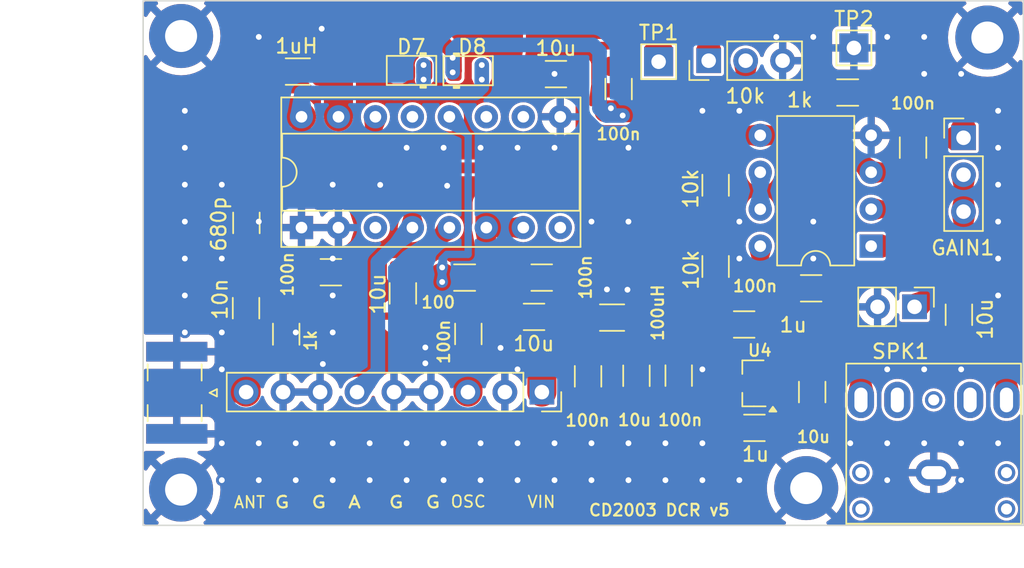
<source format=kicad_pcb>
(kicad_pcb (version 20240225) (generator "pcbnew") (generator_version "8.99")
  (layers (0 "F.Cu" signal) (31 "B.Cu" signal) (34 "B.Paste" user) (35 "F.Paste" user) (36 "B.SilkS" user "B.Silkscreen") (37 "F.SilkS" user "F.Silkscreen") (38 "B.Mask" user) (39 "F.Mask" user) (44 "Edge.Cuts" user))
  (net 0 "")
  (net 1 "RX_OSC")
  (net 2 "+5V")
  (net 3 "Net-(U1-FM{slash}AM_SW)")
  (net 4 "Net-(D7-K)")
  (net 8 "GND")
  (net 10 "Net-(U1-AM_OSC)")
  (net 12 "RX_AUDIO")
  (net 13 "Net-(C11-Pad1)")
  (net 14 "Net-(C1-Pad2)")
  (net 15 "Net-(U2A-+)")
  (net 16 "Net-(U2A--)")
  (net 17 "+3.3V")
  (net 18 "Net-(U2B--)")
  (net 19 "Net-(RV1-Pad2)")
  (net 20 "5VCLEAN")
  (net 21 "Net-(J1-In)")
  (net 22 "Net-(J2-Pin_1)")
  (net 25 "Net-(U1-AGC)")
  (net 26 "Net-(C14-Pad2)")
  (footprint "TestPoint:TestPoint_THTPad_2.0x2.0mm_Drill1.0mm" (layer "F.Cu") (at 80.46 47.66)
    (property "Reference" "TP1" (at 0 -1.998 0) (layer "F.SilkS"))
    (property "Value" "Debug_Audio" (hide yes))
    (pad "1" thru_hole rect (at 0 0) (size 2 2) (drill 1) (layers "*.Cu" "*.Mask") (net 14 "Net-(C1-Pad2)"))
  )
  (footprint "PCM_Diode_SMD_AKL:D_0805_2012Metric" (layer "F.Cu") (at 67.3725 48.278)
    (property "Reference" "D8" (at 0.2875 -1.638 0) (layer "F.SilkS"))
    (property "Value" "CD4148WS" (hide yes))
    (pad "1" smd roundrect (at -0.9375 0) (size 0.975 1.4) (layers "F.Cu" "F.Paste" "F.Mask") (net 20 "5VCLEAN"))
    (pad "2" smd roundrect (at 0.9375 0) (size 0.975 1.4) (layers "F.Cu" "F.Paste" "F.Mask") (net 4 "Net-(D7-K)"))
  )
  (footprint "Capacitor_SMD:C_1206_3216Metric_Pad1.33x1.80mm_HandSolder" (layer "F.Cu") (at 75.612 69.2955 -90)
    (property "Reference" "C5" (hide yes))
    (property "Value" "100n" (at 3.0345 0.032 180) (layer "F.SilkS") (effects (font (size 0.8 0.8))))
    (pad "1" smd roundrect (at -1.5625 0 270) (size 1.325 1.8) (layers "F.Cu" "F.Paste" "F.Mask") (roundrect_rratio 0.1886792453) (net 2 "+5V"))
    (pad "2" smd roundrect (at 1.5625 0 270) (size 1.325 1.8) (layers "F.Cu" "F.Paste" "F.Mask") (roundrect_rratio 0.1886792453) (net 8 "GND"))
  )
  (footprint "Connector_PinHeader_2.54mm:PinHeader_1x03_P2.54mm_Vertical" (layer "F.Cu") (at 83.9 47.59 90)
    (property "Reference" "RV1" (hide yes))
    (property "Value" "10k" (at -2.432 2.518 180) (layer "F.SilkS"))
    (pad "1" thru_hole rect (at 0 0 90) (size 1.7 1.7) (drill 1) (layers "*.Cu" "*.Mask") (net 14 "Net-(C1-Pad2)"))
    (pad "2" thru_hole oval (at 0 2.54 90) (size 1.7 1.7) (drill 1) (layers "*.Cu" "*.Mask") (net 19 "Net-(RV1-Pad2)"))
    (pad "3" thru_hole oval (at 0 5.08 90) (size 1.7 1.7) (drill 1) (layers "*.Cu" "*.Mask") (net 8 "GND"))
  )
  (footprint "Connector_PinHeader_2.54mm:PinHeader_1x02_P2.54mm_Vertical" (layer "F.Cu") (at 98.044 64.516 -90)
    (property "Reference" "J2" (hide yes))
    (property "Value" "Conn_01x02" (hide yes))
    (pad "1" thru_hole rect (at 0 0 270) (size 1.7 1.7) (drill 1) (layers "*.Cu" "*.Mask") (net 22 "Net-(J2-Pin_1)"))
    (pad "2" thru_hole oval (at 0 2.54 270) (size 1.7 1.7) (drill 1) (layers "*.Cu" "*.Mask") (net 8 "GND"))
  )
  (footprint "Capacitor_SMD:C_1206_3216Metric_Pad1.33x1.80mm_HandSolder" (layer "F.Cu") (at 77.71 49.54 90)
    (property "Reference" "C8" (hide yes))
    (property "Value" "100n" (at -3.1 0 180) (layer "F.SilkS") (effects (font (size 0.8 0.8))))
    (pad "1" smd roundrect (at -1.5625 0 90) (size 1.325 1.8) (layers "F.Cu" "F.Paste" "F.Mask") (roundrect_rratio 0.1886792453) (net 20 "5VCLEAN"))
    (pad "2" smd roundrect (at 1.5625 0 90) (size 1.325 1.8) (layers "F.Cu" "F.Paste" "F.Mask") (roundrect_rratio 0.1886792453) (net 8 "GND"))
  )
  (footprint "Capacitor_SMD:C_1206_3216Metric_Pad1.33x1.80mm_HandSolder" (layer "F.Cu") (at 57.942 62.138)
    (property "Reference" "C10" (hide yes))
    (property "Value" "100n" (at -2.982 0.142 90) (layer "F.SilkS") (effects (font (size 0.8 0.8))))
    (pad "1" smd roundrect (at -1.5625 0) (size 1.325 1.8) (layers "F.Cu" "F.Paste" "F.Mask") (roundrect_rratio 0.1886792453) (net 8 "GND"))
    (pad "2" smd roundrect (at 1.5625 0) (size 1.325 1.8) (layers "F.Cu" "F.Paste" "F.Mask") (roundrect_rratio 0.1886792453) (net 3 "Net-(U1-FM{slash}AM_SW)"))
  )
  (footprint "Inductor_SMD:L_1206_3216Metric_Pad1.22x1.90mm_HandSolder" (layer "F.Cu") (at 55.672 48.338)
    (property "Reference" "L1" (hide yes))
    (property "Value" "1uH" (at -0.092 -1.758 0) (layer "F.SilkS"))
    (pad "1" smd roundrect (at -1.6625 0) (size 1.225 1.9) (layers "F.Cu" "F.Paste" "F.Mask") (roundrect_rratio 0.2040816327) (net 4 "Net-(D7-K)"))
    (pad "2" smd roundrect (at 1.6625 0) (size 1.225 1.9) (layers "F.Cu" "F.Paste" "F.Mask") (roundrect_rratio 0.2040816327) (net 20 "5VCLEAN"))
  )
  (footprint "Capacitor_SMD:C_1206_3216Metric_Pad1.33x1.80mm_HandSolder" (layer "F.Cu") (at 52.137 58.7455 90)
    (property "Reference" "C11" (hide yes))
    (property "Value" "680p" (at -0.0745 -1.897 90) (layer "F.SilkS"))
    (pad "1" smd roundrect (at -1.5625 0 90) (size 1.325 1.8) (layers "F.Cu" "F.Paste" "F.Mask") (roundrect_rratio 0.1886792453) (net 13 "Net-(C11-Pad1)"))
    (pad "2" smd roundrect (at 1.5625 0 90) (size 1.325 1.8) (layers "F.Cu" "F.Paste" "F.Mask") (roundrect_rratio 0.1886792453) (net 4 "Net-(D7-K)"))
  )
  (footprint "Capacitor_SMD:C_1206_3216Metric_Pad1.33x1.80mm_HandSolder" (layer "F.Cu") (at 71.8995 65.208 180)
    (property "Reference" "C6" (hide yes))
    (property "Value" "10u" (at 0.0175 -1.848 0) (layer "F.SilkS"))
    (pad "1" smd roundrect (at -1.5625 0 180) (size 1.325 1.8) (layers "F.Cu" "F.Paste" "F.Mask") (roundrect_rratio 0.1886792453) (net 2 "+5V"))
    (pad "2" smd roundrect (at 1.5625 0 180) (size 1.325 1.8) (layers "F.Cu" "F.Paste" "F.Mask") (roundrect_rratio 0.1886792453) (net 8 "GND"))
  )
  (footprint "Resistor_SMD:R_1206_3216Metric_Pad1.30x1.75mm_HandSolder" (layer "F.Cu") (at 67.13 62.506)
    (property "Reference" "R14" (hide yes))
    (property "Value" "100" (at -1.81 1.704 0) (layer "F.SilkS") (effects (font (size 0.8 0.8))))
    (pad "1" smd roundrect (at -1.55 0) (size 1.3 1.75) (layers "F.Cu" "F.Paste" "F.Mask") (roundrect_rratio 0.1923076923) (net 10 "Net-(U1-AM_OSC)"))
    (pad "2" smd roundrect (at 1.55 0) (size 1.3 1.75) (layers "F.Cu" "F.Paste" "F.Mask") (roundrect_rratio 0.1923076923) (net 20 "5VCLEAN"))
  )
  (footprint "Capacitor_SMD:C_1206_3216Metric_Pad1.33x1.80mm_HandSolder" (layer "F.Cu") (at 72.4285 62.506 180)
    (property "Reference" "C9" (hide yes))
    (property "Value" "100n" (at -3.0095 0.022 90) (layer "F.SilkS") (effects (font (size 0.8 0.8))))
    (pad "1" smd roundrect (at -1.5625 0 180) (size 1.325 1.8) (layers "F.Cu" "F.Paste" "F.Mask") (roundrect_rratio 0.1886792453) (net 20 "5VCLEAN"))
    (pad "2" smd roundrect (at 1.5625 0 180) (size 1.325 1.8) (layers "F.Cu" "F.Paste" "F.Mask") (roundrect_rratio 0.1886792453) (net 8 "GND"))
  )
  (footprint "MountingHole:MountingHole_2.2mm_M2_Pad" (layer "F.Cu") (at 90.6 76.984 180)
    (property "Reference" "H2" (hide yes))
    (property "Value" "MountingHole_Pad" (hide yes))
    (pad "1" thru_hole circle (at 0 0 180) (size 4.4 4.4) (drill 2.2) (layers "*.Cu" "*.Mask") (net 8 "GND"))
  )
  (footprint "MountingHole:MountingHole_2.2mm_M2_Pad" (layer "F.Cu") (at 47.649274 77.087274)
    (property "Reference" "H4" (hide yes))
    (property "Value" "MountingHole_Pad" (hide yes))
    (pad "1" thru_hole circle (at 0 0) (size 4.4 4.4) (drill 2.2) (layers "*.Cu" "*.Mask") (net 8 "GND"))
  )
  (footprint "Capacitor_SMD:C_1206_3216Metric_Pad1.33x1.80mm_HandSolder" (layer "F.Cu") (at 78.937 69.258 -90)
    (property "Reference" "C3" (hide yes))
    (property "Value" "10u" (at 3.04 0.127 180) (layer "F.SilkS") (effects (font (size 0.8 0.8))))
    (pad "1" smd roundrect (at -1.5625 0 270) (size 1.325 1.8) (layers "F.Cu" "F.Paste" "F.Mask") (roundrect_rratio 0.1886792453) (net 20 "5VCLEAN"))
    (pad "2" smd roundrect (at 1.5625 0 270) (size 1.325 1.8) (layers "F.Cu" "F.Paste" "F.Mask") (roundrect_rratio 0.1886792453) (net 8 "GND"))
  )
  (footprint "MountingHole:MountingHole_2.2mm_M2_Pad" (layer "F.Cu") (at 47.649274 45.892726 180)
    (property "Reference" "H1" (hide yes))
    (property "Value" "MountingHole_Pad" (hide yes))
    (pad "1" thru_hole circle (at 0 0 180) (size 4.4 4.4) (drill 2.2) (layers "*.Cu" "*.Mask") (net 8 "GND"))
  )
  (footprint "Capacitor_SMD:C_1206_3216Metric_Pad1.33x1.80mm_HandSolder" (layer "F.Cu") (at 86.3375 65.73 180)
    (property "Reference" "C19" (hide yes))
    (property "Value" "1u" (at -3.3725 -0.03 180) (layer "F.SilkS"))
    (pad "1" smd roundrect (at -1.5625 0 180) (size 1.325 1.8) (layers "F.Cu" "F.Paste" "F.Mask") (roundrect_rratio 0.188679) (net 17 "+3.3V"))
    (pad "2" smd roundrect (at 1.5625 0 180) (size 1.325 1.8) (layers "F.Cu" "F.Paste" "F.Mask") (roundrect_rratio 0.188679) (net 8 "GND"))
  )
  (footprint "Inductor_SMD:L_1206_3216Metric_Pad1.22x1.90mm_HandSolder" (layer "F.Cu") (at 77.262 65.258)
    (property "Reference" "L2" (hide yes))
    (property "Value" "100uH" (at 3.138 -0.338 90) (layer "F.SilkS") (effects (font (size 0.8 0.8))))
    (pad "1" smd roundrect (at -1.6625 0) (size 1.225 1.9) (layers "F.Cu" "F.Paste" "F.Mask") (roundrect_rratio 0.2040816327) (net 2 "+5V"))
    (pad "2" smd roundrect (at 1.6625 0) (size 1.225 1.9) (layers "F.Cu" "F.Paste" "F.Mask") (roundrect_rratio 0.2040816327) (net 20 "5VCLEAN"))
  )
  (footprint "footprints:PinSocket_1x09_P2.54mm_Vertical_Custom" (layer "F.Cu") (at 72.438 70.38 -90)
    (property "Reference" "JP1" (hide yes))
    (property "Value" "Pin Header" (hide yes))
    (pad "1" thru_hole rect (at 0 0 270) (size 1.7 1.7) (drill 1) (layers "*.Cu" "*.Mask") (net 2 "+5V"))
    (pad "2" thru_hole oval (at 0 2.54 270) (size 1.7 1.7) (drill 1) (layers "*.Cu" "*.Mask") (net 8 "GND"))
    (pad "3" thru_hole oval (at 0 5.08 270) (size 1.7 1.7) (drill 1) (layers "*.Cu" "*.Mask") (net 1 "RX_OSC"))
    (pad "4" thru_hole oval (at 0 7.62 270) (size 1.7 1.7) (drill 1) (layers "*.Cu" "*.Mask") (net 8 "GND"))
    (pad "5" thru_hole oval (at 0 10.16 270) (size 1.7 1.7) (drill 1) (layers "*.Cu" "*.Mask") (net 8 "GND"))
    (pad "6" thru_hole oval (at 0 12.7 270) (size 1.7 1.7) (drill 1) (layers "*.Cu" "*.Mask") (net 12 "RX_AUDIO"))
    (pad "7" thru_hole oval (at 0 15.24 270) (size 1.7 1.7) (drill 1) (layers "*.Cu" "*.Mask") (net 8 "GND"))
    (pad "8" thru_hole oval (at 0 17.78 270) (size 1.7 1.7) (drill 1) (layers "*.Cu" "*.Mask") (net 8 "GND"))
    (pad "9" thru_hole oval (at 0 20.32 270) (size 1.7 1.7) (drill 1) (layers "*.Cu" "*.Mask") (net 21 "Net-(J1-In)"))
  )
  (footprint "Capacitor_SMD:C_1206_3216Metric_Pad1.33x1.80mm_HandSolder" (layer "F.Cu") (at 90.9395 63.243)
    (property "Reference" "C12" (hide yes))
    (property "Value" "100n" (at -3.8495 -0.153 180) (layer "F.SilkS") (effects (font (size 0.8 0.8))))
    (pad "1" smd roundrect (at -1.5625 0) (size 1.325 1.8) (layers "F.Cu" "F.Paste" "F.Mask") (roundrect_rratio 0.1886792453) (net 17 "+3.3V"))
    (pad "2" smd roundrect (at 1.5625 0) (size 1.325 1.8) (layers "F.Cu" "F.Paste" "F.Mask") (roundrect_rratio 0.1886792453) (net 8 "GND"))
  )
  (footprint "Capacitor_SMD:C_1206_3216Metric_Pad1.33x1.80mm_HandSolder" (layer "F.Cu") (at 97.942 53.57 90)
    (property "Reference" "C2" (hide yes))
    (property "Value" "100n" (at 3.048 0 180) (layer "F.SilkS") (effects (font (size 0.8 0.8))))
    (pad "1" smd roundrect (at -1.5625 0 90) (size 1.325 1.8) (layers "F.Cu" "F.Paste" "F.Mask") (roundrect_rratio 0.1886792453) (net 15 "Net-(U2A-+)"))
    (pad "2" smd roundrect (at 1.5625 0 90) (size 1.325 1.8) (layers "F.Cu" "F.Paste" "F.Mask") (roundrect_rratio 0.1886792453) (net 8 "GND"))
  )
  (footprint "Capacitor_SMD:C_1206_3216Metric_Pad1.33x1.80mm_HandSolder" (layer "F.Cu") (at 91.012 70.378 -90)
    (property "Reference" "C13" (hide yes))
    (property "Value" "10u" (at 3.082 -0.088 180) (layer "F.SilkS") (effects (font (size 0.8 0.8))))
    (pad "1" smd roundrect (at -1.5625 0 270) (size 1.325 1.8) (layers "F.Cu" "F.Paste" "F.Mask") (roundrect_rratio 0.1886792453) (net 17 "+3.3V"))
    (pad "2" smd roundrect (at 1.5625 0 270) (size 1.325 1.8) (layers "F.Cu" "F.Paste" "F.Mask") (roundrect_rratio 0.1886792453) (net 8 "GND"))
  )
  (footprint "TestPoint:TestPoint_THTPad_2.0x2.0mm_Drill1.0mm" (layer "F.Cu") (at 93.878 46.712)
    (property "Reference" "TP2" (at 0 -1.998 0) (layer "F.SilkS"))
    (property "Value" "GND" (hide yes))
    (pad "1" thru_hole rect (at 0 0) (size 2 2) (drill 1) (layers "*.Cu" "*.Mask") (net 8 "GND"))
  )
  (footprint "Capacitor_SMD:C_1206_3216Metric_Pad1.33x1.80mm_HandSolder" (layer "F.Cu") (at 52.112 64.608 -90)
    (property "Reference" "C17" (hide yes))
    (property "Value" "10n" (at -0.618 1.782 90) (layer "F.SilkS"))
    (pad "1" smd roundrect (at -1.5625 0 270) (size 1.325 1.8) (layers "F.Cu" "F.Paste" "F.Mask") (roundrect_rratio 0.1886792453) (net 13 "Net-(C11-Pad1)"))
    (pad "2" smd roundrect (at 1.5625 0 270) (size 1.325 1.8) (layers "F.Cu" "F.Paste" "F.Mask") (roundrect_rratio 0.1886792453) (net 21 "Net-(J1-In)"))
  )
  (footprint "Capacitor_SMD:C_1206_3216Metric_Pad1.33x1.80mm_HandSolder" (layer "F.Cu") (at 67.387 66.383 -90)
    (property "Reference" "C21" (hide yes))
    (property "Value" "100n" (at 0.537 1.687 90) (layer "F.SilkS") (effects (font (size 0.8 0.8))))
    (pad "1" smd roundrect (at -1.5625 0 270) (size 1.325 1.8) (layers "F.Cu" "F.Paste" "F.Mask") (roundrect_rratio 0.1886792453) (net 10 "Net-(U1-AM_OSC)"))
    (pad "2" smd roundrect (at 1.5625 0 270) (size 1.325 1.8) (layers "F.Cu" "F.Paste" "F.Mask") (roundrect_rratio 0.1886792453) (net 1 "RX_OSC"))
  )
  (footprint "Capacitor_SMD:C_1206_3216Metric_Pad1.33x1.80mm_HandSolder" (layer "F.Cu") (at 62.89 63.5925 -90)
    (property "Reference" "C16" (hide yes))
    (property "Value" " 10u" (at 0.4275 1.71 90) (layer "F.SilkS"))
    (pad "1" smd roundrect (at -1.5625 0 270) (size 1.325 1.8) (layers "F.Cu" "F.Paste" "F.Mask") (roundrect_rratio 0.1886792453) (net 25 "Net-(U1-AGC)"))
    (pad "2" smd roundrect (at 1.5625 0 270) (size 1.325 1.8) (layers "F.Cu" "F.Paste" "F.Mask") (roundrect_rratio 0.1886792453) (net 8 "GND"))
  )
  (footprint "Connector_PinHeader_2.54mm:PinHeader_1x03_P2.54mm_Vertical" (layer "F.Cu") (at 101.41 52.89)
    (property "Reference" "GAIN1" (at -0.05 7.57 0) (layer "F.SilkS"))
    (property "Value" "100k")
    (pad "1" thru_hole rect (at 0 0) (size 1.7 1.7) (drill 1) (layers "*.Cu" "*.Mask") (net 16 "Net-(U2A--)"))
    (pad "2" thru_hole oval (at 0 2.54) (size 1.7 1.7) (drill 1) (layers "*.Cu" "*.Mask") (net 22 "Net-(J2-Pin_1)"))
    (pad "3" thru_hole oval (at 0 5.08) (size 1.7 1.7) (drill 1) (layers "*.Cu" "*.Mask") (net 22 "Net-(J2-Pin_1)"))
  )
  (footprint "Resistor_SMD:R_1206_3216Metric_Pad1.30x1.75mm_HandSolder" (layer "F.Cu") (at 54.872 66.398 -90)
    (property "Reference" "R13" (hide yes))
    (property "Value" "1k" (at 0.432 -1.678 90) (layer "F.SilkS") (effects (font (size 0.8 0.8))))
    (pad "1" smd roundrect (at -1.55 0 270) (size 1.3 1.75) (layers "F.Cu" "F.Paste" "F.Mask") (roundrect_rratio 0.1923076923) (net 13 "Net-(C11-Pad1)"))
    (pad "2" smd roundrect (at 1.55 0 270) (size 1.3 1.75) (layers "F.Cu" "F.Paste" "F.Mask") (roundrect_rratio 0.1923076923) (net 8 "GND"))
  )
  (footprint "Resistor_SMD:R_1206_3216Metric_Pad1.30x1.75mm_HandSolder" (layer "F.Cu") (at 84.376 61.744 90)
    (property "Reference" "R1" (hide yes))
    (property "Value" "10k" (at -0.226 -1.676 90) (layer "F.SilkS"))
    (pad "1" smd roundrect (at -1.55 0 90) (size 1.3 1.75) (layers "F.Cu" "F.Paste" "F.Mask") (roundrect_rratio 0.1923076923) (net 17 "+3.3V"))
    (pad "2" smd roundrect (at 1.55 0 90) (size 1.3 1.75) (layers "F.Cu" "F.Paste" "F.Mask") (roundrect_rratio 0.1923076923) (net 15 "Net-(U2A-+)"))
  )
  (footprint "Resistor_SMD:R_1206_3216Metric_Pad1.30x1.75mm_HandSolder" (layer "F.Cu") (at 93.45 49.778 180)
    (property "Reference" "Rin1" (hide yes))
    (property "Value" "1k" (at 3.29 -0.512 0) (layer "F.SilkS"))
    (pad "1" smd roundrect (at -1.55 0 180) (size 1.3 1.75) (layers "F.Cu" "F.Paste" "F.Mask") (roundrect_rratio 0.1923076923) (net 16 "Net-(U2A--)"))
    (pad "2" smd roundrect (at 1.55 0 180) (size 1.3 1.75) (layers "F.Cu" "F.Paste" "F.Mask") (roundrect_rratio 0.1923076923) (net 19 "Net-(RV1-Pad2)"))
  )
  (footprint "Connector_Coaxial:SMA_Samtec_SMA-J-P-X-ST-EM1_EdgeMount" (layer "F.Cu") (at 47.352 70.428 -90)
    (property "Reference" "J1" (hide yes))
    (property "Value" "SMA Edge Mount" (hide yes))
    (pad "1" smd rect (at 0 0.2 270) (size 1.27 3.6) (layers "F.Cu" "F.Paste" "F.Mask") (net 21 "Net-(J1-In)"))
    (pad "2" smd rect (at -2.825 0 270) (size 1.35 4.2) (layers "F.Cu" "F.Paste" "F.Mask") (net 8 "GND"))
    (pad "2" smd rect (at -2.825 0 270) (size 1.35 4.2) (layers "B.Cu" "B.Paste" "B.Mask") (net 8 "GND"))
    (pad "2" smd rect (at 2.825 0 270) (size 1.35 4.2) (layers "F.Cu" "F.Paste" "F.Mask") (net 8 "GND"))
    (pad "2" smd rect (at 2.825 0 270) (size 1.35 4.2) (layers "B.Cu" "B.Paste" "B.Mask") (net 8 "GND"))
  )
  (footprint "MountingHole:MountingHole_2.2mm_M2_Pad" (layer "F.Cu") (at 103.046 45.996)
    (property "Reference" "H3" (hide yes))
    (property "Value" "MountingHole_Pad" (hide yes))
    (pad "1" thru_hole circle (at 0 0) (size 4.4 4.4) (drill 2.2) (layers "*.Cu" "*.Mask") (net 8 "GND"))
  )
  (footprint "Capacitor_SMD:C_1206_3216Metric_Pad1.33x1.80mm_HandSolder" (layer "F.Cu") (at 73.406 48.514 180)
    (property "Reference" "C1" (hide yes))
    (property "Value" "10u" (at 0 1.778 0) (layer "F.SilkS"))
    (pad "1" smd roundrect (at -1.5625 0 180) (size 1.325 1.8) (layers "F.Cu" "F.Paste" "F.Mask") (roundrect_rratio 0.1886792453) (net 12 "RX_AUDIO"))
    (pad "2" smd roundrect (at 1.5625 0 180) (size 1.325 1.8) (layers "F.Cu" "F.Paste" "F.Mask") (roundrect_rratio 0.1886792453) (net 14 "Net-(C1-Pad2)"))
  )
  (footprint "Resistor_SMD:R_1206_3216Metric_Pad1.30x1.75mm_HandSolder" (layer "F.Cu") (at 84.376 56.156 90)
    (property "Reference" "R2" (hide yes))
    (property "Value" "10k" (at -0.234 -1.706 90) (layer "F.SilkS"))
    (pad "1" smd roundrect (at -1.55 0 90) (size 1.3 1.75) (layers "F.Cu" "F.Paste" "F.Mask") (roundrect_rratio 0.1923076923) (net 15 "Net-(U2A-+)"))
    (pad "2" smd roundrect (at 1.55 0 90) (size 1.3 1.75) (layers "F.Cu" "F.Paste" "F.Mask") (roundrect_rratio 0.1923076923) (net 8 "GND"))
  )
  (footprint "Package_TO_SOT_SMD:SOT-23_Handsoldering" (layer "F.Cu") (at 86.97 69.78 180)
    (property "Reference" "U4" (at -0.44 2.26 180) (layer "F.SilkS") (effects (font (size 0.8 0.8) (thickness 0.15) (bold yes))))
    (property "Value" "XC6206P332MR (662K)" (hide yes))
    (pad "1" smd roundrect (at -1.5 -0.95 180) (size 1.9 0.8) (layers "F.Cu" "F.Paste" "F.Mask") (net 8 "GND"))
    (pad "2" smd roundrect (at -1.5 0.95 180) (size 1.9 0.8) (layers "F.Cu" "F.Paste" "F.Mask") (net 17 "+3.3V"))
    (pad "3" smd roundrect (at 1.5 0 180) (size 1.9 0.8) (layers "F.Cu" "F.Paste" "F.Mask") (net 20 "5VCLEAN"))
  )
  (footprint "PCM_Diode_SMD_AKL:D_0805_2012Metric" (layer "F.Cu") (at 63.482 48.258 180)
    (property "Reference" "D7" (at 0.022 1.618 180) (layer "F.SilkS"))
    (property "Value" "CD4148WS" (hide yes))
    (pad "1" smd roundrect (at -0.9375 0 180) (size 0.975 1.4) (layers "F.Cu" "F.Paste" "F.Mask") (net 4 "Net-(D7-K)"))
    (pad "2" smd roundrect (at 0.9375 0 180) (size 0.975 1.4) (layers "F.Cu" "F.Paste" "F.Mask") (net 20 "5VCLEAN"))
  )
  (footprint "Capacitor_SMD:C_1206_3216Metric_Pad1.33x1.80mm_HandSolder" (layer "F.Cu") (at 87.0425 72.84)
    (property "Reference" "C18" (hide yes))
    (property "Value" "1u" (at 0.0775 1.81 180) (layer "F.SilkS"))
    (pad "1" smd roundrect (at -1.5625 0) (size 1.325 1.8) (layers "F.Cu" "F.Paste" "F.Mask") (roundrect_rratio 0.188679) (net 20 "5VCLEAN"))
    (pad "2" smd roundrect (at 1.5625 0) (size 1.325 1.8) (layers "F.Cu" "F.Paste" "F.Mask") (roundrect_rratio 0.188679) (net 8 "GND"))
  )
  (footprint "Capacitor_SMD:C_1206_3216Metric_Pad1.33x1.80mm_HandSolder" (layer "F.Cu") (at 81.84 69.2475 -90)
    (property "Reference" "C4" (hide yes))
    (property "Value" "100n" (at 3.052 -0.103 180) (layer "F.SilkS") (effects (font (size 0.8 0.8))))
    (pad "1" smd roundrect (at -1.5625 0 270) (size 1.325 1.8) (layers "F.Cu" "F.Paste" "F.Mask") (roundrect_rratio 0.1886792453) (net 20 "5VCLEAN"))
    (pad "2" smd roundrect (at 1.5625 0 270) (size 1.325 1.8) (layers "F.Cu" "F.Paste" "F.Mask") (roundrect_rratio 0.1886792453) (net 8 "GND"))
  )
  (footprint "Capacitor_SMD:C_1206_3216Metric_Pad1.33x1.80mm_HandSolder" (layer "F.Cu") (at 101.092 65.0625 -90)
    (property "Reference" "C14" (hide yes))
    (property "Value" "10u" (at 0.2975 -1.808 90) (layer "F.SilkS"))
    (pad "1" smd roundrect (at -1.5625 0 270) (size 1.325 1.8) (layers "F.Cu" "F.Paste" "F.Mask") (roundrect_rratio 0.1886792453) (net 22 "Net-(J2-Pin_1)"))
    (pad "2" smd roundrect (at 1.5625 0 270) (size 1.325 1.8) (layers "F.Cu" "F.Paste" "F.Mask") (roundrect_rratio 0.1886792453) (net 26 "Net-(C14-Pad2)"))
  )
  (footprint "Package_DIP:DIP-16_W7.62mm_Socket" (layer "F.Cu") (at 55.922 59.068 90)
    (property "Reference" "U1" (hide yes))
    (property "Value" "CD2003GB_GP" (hide yes))
    (pad "1" thru_hole rect (at 0 0 90) (size 1.6 1.6) (drill 0.8) (layers "*.Cu" "*.Mask") (net 8 "GND"))
    (pad "2" thru_hole oval (at 0 2.54 90) (size 1.6 1.6) (drill 0.8) (layers "*.Cu" "*.Mask") (net 8 "GND"))
    (pad "3" thru_hole oval (at 0 5.08 90) (size 1.6 1.6) (drill 0.8) (layers "*.Cu" "*.Mask"))
    (pad "4" thru_hole oval (at 0 7.62 90) (size 1.6 1.6) (drill 0.8) (layers "*.Cu" "*.Mask") (net 12 "RX_AUDIO"))
    (pad "5" thru_hole oval (at 0 10.16 90) (size 1.6 1.6) (drill 0.8) (layers "*.Cu" "*.Mask") (net 25 "Net-(U1-AGC)"))
    (pad "6" thru_hole oval (at 0 12.7 90) (size 1.6 1.6) (drill 0.8) (layers "*.Cu" "*.Mask") (net 20 "5VCLEAN"))
    (pad "7" thru_hole oval (at 0 15.24 90) (size 1.6 1.6) (drill 0.8) (layers "*.Cu" "*.Mask") (net 20 "5VCLEAN"))
    (pad "8" thru_hole oval (at 0 17.78 90) (size 1.6 1.6) (drill 0.8) (layers "*.Cu" "*.Mask"))
    (pad "9" thru_hole oval (at 7.62 17.78 90) (size 1.6 1.6) (drill 0.8) (layers "*.Cu" "*.Mask") (net 8 "GND"))
    (pad "10" thru_hole oval (at 7.62 15.24 90) (size 1.6 1.6) (drill 0.8) (layers "*.Cu" "*.Mask"))
    (pad "11" thru_hole oval (at 7.62 12.7 90) (size 1.6 1.6) (drill 0.8) (layers "*.Cu" "*.Mask"))
    (pad "12" thru_hole oval (at 7.62 10.16 90) (size 1.6 1.6) (drill 0.8) (layers "*.Cu" "*.Mask") (net 10 "Net-(U1-AM_OSC)"))
    (pad "13" thru_hole oval (at 7.62 7.62 90) (size 1.6 1.6) (drill 0.8) (layers "*.Cu" "*.Mask"))
    (pad "14" thru_hole oval (at 7.62 5.08 90) (size 1.6 1.6) (drill 0.8) (layers "*.Cu" "*.Mask") (net 3 "Net-(U1-FM{slash}AM_SW)"))
    (pad "15" thru_hole oval (at 7.62 2.54 90) (size 1.6 1.6) (drill 0.8) (layers "*.Cu" "*.Mask") (net 20 "5VCLEAN"))
    (pad "16" thru_hole oval (at 7.62 0 90) (size 1.6 1.6) (drill 0.8) (layers "*.Cu" "*.Mask") (net 4 "Net-(D7-K)"))
  )
  (footprint "footprints:PJ-307_Modded" (layer "F.Cu") (at 99.362 72.92 90)
    (property "Reference" "SPK1" (at 5.334 -2.286 180) (layer "F.SilkS"))
    (property "Value" "SPEAKER")
    (pad "" np_thru_hole circle (at -5.5 -5 90) (size 1.2 1.2) (drill 0.762) (layers "*.Cu" "*.Mask"))
    (pad "" np_thru_hole circle (at -5.5 5 90) (size 1.2 1.2) (drill 0.762) (layers "*.Cu" "*.Mask"))
    (pad "" np_thru_hole circle (at -3 -5 90) (size 1.2 1.2) (drill 0.762) (layers "*.Cu" "*.Mask"))
    (pad "" np_thru_hole circle (at -3 5 90) (size 1.2 1.2) (drill 0.762) (layers "*.Cu" "*.Mask"))
    (pad "" np_thru_hole circle (at 2 0 90) (size 1.2 1.2) (drill 0.762) (layers "*.Cu" "*.Mask"))
    (pad "R" thru_hole oval (at 2 -5 90) (size 2.5 1.8) (drill oval 1.7 0.9) (layers "*.Cu" "*.Mask") (net 26 "Net-(C14-Pad2)"))
    (pad "RN" thru_hole oval (at 2 -2.5 90) (size 2.5 1.8) (drill oval 1.7 0.9) (layers "*.Cu" "*.Mask"))
    (pad "S" thru_hole oval (at -3 0 180) (size 2.5 1.8) (drill oval 1.7 0.9) (layers "*.Cu" "*.Mask") (net 8 "GND"))
    (pad "T" thru_hole oval (at 2 5 90) (size 2.5 1.8) (drill oval 1.7 0.9) (layers "*.Cu" "*.Mask") (net 26 "Net-(C14-Pad2)"))
    (pad "TN" thru_hole oval (at 2 2.5 90) (size 2.5 1.8) (drill oval 1.7 0.9) (layers "*.Cu" "*.Mask"))
  )
  (footprint "Package_DIP:DIP-8_W7.62mm" (layer "F.Cu") (at 95.062 60.343 180)
    (property "Reference" "U2" (hide yes))
    (property "Value" "MCP6002" (hide yes))
    (pad "1" thru_hole rect (at 0 0 180) (size 1.6 1.6) (drill 0.8) (layers "*.Cu" "*.Mask") (net 22 "Net-(J2-Pin_1)"))
    (pad "2" thru_hole oval (at 0 2.54 180) (size 1.6 1.6) (drill 0.8) (layers "*.Cu" "*.Mask") (net 16 "Net-(U2A--)"))
    (pad "3" thru_hole oval (at 0 5.08 180) (size 1.6 1.6) (drill 0.8) (layers "*.Cu" "*.Mask") (net 15 "Net-(U2A-+)"))
    (pad "4" thru_hole oval (at 0 7.62 180) (size 1.6 1.6) (drill 0.8) (layers "*.Cu" "*.Mask") (net 8 "GND"))
    (pad "5" thru_hole oval (at 7.62 7.62 180) (size 1.6 1.6) (drill 0.8) (layers "*.Cu" "*.Mask") (net 15 "Net-(U2A-+)"))
    (pad "6" thru_hole oval (at 7.62 5.08 180) (size 1.6 1.6) (drill 0.8) (layers "*.Cu" "*.Mask") (net 18 "Net-(U2B--)"))
    (pad "7" thru_hole oval (at 7.62 2.54 180) (size 1.6 1.6) (drill 0.8) (layers "*.Cu" "*.Mask") (net 18 "Net-(U2B--)"))
    (pad "8" thru_hole oval (at 7.62 0 180) (size 1.6 1.6) (drill 0.8) (layers "*.Cu" "*.Mask") (net 17 "+3.3V"))
  )
  (gr_rect (start 45.042 43.466) (end 105.524 79.546) (stroke (width 0.1)) (fill none) (layer "Edge.Cuts"))
  (gr_text "G  G  A" (at 53.99 78.42 0) (layer "F.SilkS") (effects (font (size 0.8 1)) (justify left bottom)))
  (gr_text "OSC" (at 67.38 77.91 0) (layer "F.SilkS") (effects (font (size 0.8 0.8) (thickness 0.12))))
  (gr_text "CD2003 DCR v5" (at 75.59 78.97 0) (layer "F.SilkS") (effects (font (size 0.8 0.8)) (justify left bottom)))
  (gr_text "ANT" (at 52.352 77.956 0) (layer "F.SilkS") (effects (font (size 0.8 0.8) (thickness 0.12))))
  (gr_text "G  G" (at 61.83 78.42 0) (layer "F.SilkS") (effects (font (size 0.8 1)) (justify left bottom)))
  (gr_text "VIN" (at 72.41 77.93 0) (layer "F.SilkS") (effects (font (size 0.8 0.8) (thickness 0.12))))
  (segment (start 67.358 67.9745) (end 67.387 67.9455) (width 2) (layer "F.Cu") (net 1))
  (segment (start 67.358 70.38) (end 67.358 67.9745) (width 2) (layer "F.Cu") (net 1))
  (segment (start 75.612 67.733) (end 75.612 65.2705) (width 2) (layer "F.Cu") (net 2))
  (segment (start 72.438 70.38) (end 72.438 67.908) (width 2) (layer "F.Cu") (net 2))
  (segment (start 72.613 67.733) (end 72.438 67.908) (width 2) (layer "F.Cu") (net 2))
  (segment (start 75.612 67.733) (end 72.613 67.733) (width 2) (layer "F.Cu") (net 2))
  (segment (start 75.612 65.2705) (end 75.5995 65.258) (width 2) (layer "F.Cu") (net 2))
  (segment (start 75.5995 65.258) (end 73.512 65.258) (width 2) (layer "F.Cu") (net 2))
  (segment (start 59.738 53.87) (end 59.738 57.934) (width 1) (layer "F.Cu") (net 3))
  (segment (start 61.002 52.606) (end 59.738 53.87) (width 1) (layer "F.Cu") (net 3))
  (segment (start 61.002 51.448) (end 61.002 52.606) (width 1) (layer "F.Cu") (net 3))
  (segment (start 59.484 62.506) (end 59.484 60.506) (width 1) (layer "F.Cu") (net 3))
  (segment (start 59.738 60.252) (end 59.738 57.934) (width 0.4) (layer "F.Cu") (net 3))
  (segment (start 59.484 60.506) (end 59.738 60.252) (width 1) (layer "F.Cu") (net 3))
  (segment (start 55.922 56.498) (end 55.922 51.448) (width 1) (layer "F.Cu") (net 4))
  (segment (start 52.137 57.183) (end 55.237 57.183) (width 1) (layer "F.Cu") (net 4))
  (segment (start 52.316 48.338) (end 51.864 48.79) (width 2) (layer "F.Cu") (net 4))
  (segment (start 55.237 57.183) (end 55.922 56.498) (width 1) (layer "F.Cu") (net 4))
  (segment (start 55.5115 51.0375) (end 55.922 51.448) (width 2) (layer "F.Cu") (net 4))
  (segment (start 51.864 51.0375) (end 55.5115 51.0375) (width 2) (layer "F.Cu") (net 4))
  (segment (start 54.0095 48.338) (end 52.316 48.338) (width 2) (layer "F.Cu") (net 4))
  (segment (start 51.864 51.0375) (end 51.864 48.79) (width 2) (layer "F.Cu") (net 4))
  (via (at 68.31 48.89) (size 0.8) (drill 0.4) (layers "F.Cu" "B.Cu") (net 4))
  (via (at 64.31 48.89) (size 0.8) (drill 0.4) (layers "F.Cu" "B.Cu") (net 4))
  (via (at 64.31 47.89) (size 0.8) (drill 0.4) (layers "F.Cu" "B.Cu") (net 4))
  (via (at 68.31 47.89) (size 0.8) (drill 0.4) (layers "F.Cu" "B.Cu") (net 4))
  (segment (start 68.31 49.39) (end 68.31 47.89) (width 1) (layer "B.Cu") (net 4))
  (segment (start 63.894 49.806) (end 67.894 49.806) (width 1) (layer "B.Cu") (net 4))
  (segment (start 64.31 49.39) (end 64.31 48.89) (width 1) (layer "B.Cu") (net 4))
  (segment (start 67.894 49.806) (end 68.31 49.39) (width 1) (layer "B.Cu") (net 4))
  (segment (start 55.928 49.806) (end 62.31 49.806) (width 1) (layer "B.Cu") (net 4))
  (segment (start 64.31 47.89) (end 64.31 48.39) (width 1) (layer "B.Cu") (net 4))
  (segment (start 62.31 49.806) (end 63.894 49.806) (width 1) (layer "B.Cu") (net 4))
  (segment (start 62.31 49.806) (end 63.294 49.806) (width 1) (layer "B.Cu") (net 4))
  (segment (start 63.894 49.806) (end 64.31 49.39) (width 1) (layer "B.Cu") (net 4))
  (segment (start 63.294 49.806) (end 63.482 49.618) (width 1) (layer "B.Cu") (net 4))
  (segment (start 64.31 48.89) (end 64.31 47.89) (width 1) (layer "B.Cu") (net 4))
  (segment (start 55.922 49.812) (end 55.928 49.806) (width 1) (layer "B.Cu") (net 4))
  (segment (start 55.922 51.448) (end 55.922 49.812) (width 1) (layer "B.Cu") (net 4))
  (via (at 57.39 68.45) (size 0.8) (drill 0.4) (layers "F.Cu" "B.Cu") (net 8))
  (via (at 98.707 45.956) (size 0.8) (drill 0.4) (layers "F.Cu" "B.Cu") (net 8))
  (via (at 55.527 76.436) (size 0.8) (drill 0.4) (layers "F.Cu" "B.Cu") (net 8))
  (via (at 65.687 76.436) (size 0.8) (drill 0.4) (layers "F.Cu" "B.Cu") (net 8))
  (via (at 73.307 76.436) (size 0.8) (drill 0.4) (layers "F.Cu" "B.Cu") (net 8))
  (via (at 80.927 76.436) (size 0.8) (drill 0.4) (layers "F.Cu" "B.Cu") (net 8))
  (via (at 52.987 73.896) (size 0.8) (drill 0.4) (layers "F.Cu" "B.Cu") (net 8))
  (via (at 47.907 53.576) (size 0.8) (drill 0.4) (layers "F.Cu" "B.Cu") (net 8))
  (via (at 83.467 68.816) (size 0.8) (drill 0.4) (layers "F.Cu" "B.Cu") (net 8))
  (via (at 96.167 45.956) (size 0.8) (drill 0.4) (layers "F.Cu" "B.Cu") (net 8))
  (via (at 73.307 48.496) (size 0.8) (drill 0.4) (layers "F.Cu" "B.Cu") (net 8))
  (via (at 64.43 68.4) (size 0.8) (drill 0.4) (layers "F.Cu" "B.Cu") (net 8))
  (via (at 78.387 73.896) (size 0.8) (drill 0.4) (layers "F.Cu" "B.Cu") (net 8))
  (via (at 52.987 58.656) (size 0.8) (drill 0.4) (layers "F.Cu" "B.Cu") (net 8))
  (via (at 58.067 61.196) (size 0.8) (drill 0.4) (layers "F.Cu" "B.Cu") (net 8))
  (via (at 47.907 63.736) (size 0.8) (drill 0.4) (layers "F.Cu" "B.Cu") (net 8))
  (via (at 63.147 73.896) (size 0.8) (drill 0.4) (layers "F.Cu" "B.Cu") (net 8))
  (via (at 70.767 76.436) (size 0.8) (drill 0.4) (layers "F.Cu" "B.Cu") (net 8))
  (via (at 57.31 45.39) (size 0.8) (drill 0.4) (layers "F.Cu" "B.Cu") (net 8))
  (via (at 47.907 61.196) (size 0.8) (drill 0.4) (layers "F.Cu" "B.Cu") (net 8))
  (via (at 50.447 56.116) (size 0.8) (drill 0.4) (layers "F.Cu" "B.Cu") (net 8))
  (via (at 83.467 51.036) (size 0.8) (drill 0.4) (layers "F.Cu" "B.Cu") (net 8))
  (via (at 101.247 68.816) (size 0.8) (drill 0.4) (layers "F.Cu" "B.Cu") (net 8))
  (via (at 58.067 76.436) (size 0.8) (drill 0.4) (layers "F.Cu" "B.Cu") (net 8))
  (via (at 68.227 53.576) (size 0.8) (drill 0.4) (layers "F.Cu" "B.Cu") (net 8))
  (via (at 70.767 68.816) (size 0.8) (drill 0.4) (layers "F.Cu" "B.Cu") (net 8))
  (via (at 64.43 67.31) (size 0.8) (drill 0.4) (layers "F.Cu" "B.Cu") (net 8))
  (via (at 52.987 76.436) (size 0.8) (drill 0.4) (layers "F.Cu" "B.Cu") (net 8))
  (via (at 78.387 76.436) (size 0.8) (drill 0.4) (layers "F.Cu" "B.Cu") (net 8))
  (via (at 96.167 76.436) (size 0.8) (drill 0.4) (layers "F.Cu" "B.Cu") (net 8))
  (via (at 78.387 58.656) (size 0.8) (drill 0.4) (layers "F.Cu" "B.Cu") (net 8))
  (via (at 103.787 61.196) (size 0.8) (drill 0.4) (layers "F.Cu" "B.Cu") (net 8))
  (via (at 96.167 68.816) (size 0.8) (drill 0.4) (layers "F.Cu" "B.Cu") (net 8))
  (via (at 83.467 76.436) (size 0.8) (drill 0.4) (layers "F.Cu" "B.Cu") (net 8))
  (via (at 91.087 58.656) (size 0.8) (drill 0.4) (layers "F.Cu" "B.Cu") (net 8))
  (via (at 98.707 48.496) (size 0.8) (drill 0.4) (layers "F.Cu" "B.Cu") (net 8))
  (via (at 60.607 73.896) (size 0.8) (drill 0.4) (layers "F.Cu" "B.Cu") (net 8))
  (via (at 96.167 73.896) (size 0.8) (drill 0.4) (layers "F.Cu" "B.Cu") (net 8))
  (via (at 73.307 53.576) (size 0.8) (drill 0.4) (layers "F.Cu" "B.Cu") (net 8))
  (via (at 50.447 66.276) (size 0.8) (drill 0.4) (layers "F.Cu" "B.Cu") (net 8))
  (via (at 47.907 56.116) (size 0.8) (drill 0.4) (layers "F.Cu" "B.Cu") (net 8))
  (via (at 103.787 73.896) (size 0.8) (drill 0.4) (layers "F.Cu" "B.Cu") (net 8))
  (via (at 60.607 76.436) (size 0.8) (drill 0.4) (layers "F.Cu" "B.Cu") (net 8))
  (via (at 68.227 73.896) (size 0.8) (drill 0.4) (layers "F.Cu" "B.Cu") (net 8))
  (via (at 103.787 56.116) (size 0.8) (drill 0.4) (layers "F.Cu" "B.Cu") (net 8))
  (via (at 75.847 76.436) (size 0.8) (drill 0.4) (layers "F.Cu" "B.Cu") (net 8))
  (via (at 69.6 67.34) (size 0.8) (drill 0.4) (layers "F.Cu" "B.Cu") (net 8))
  (via (at 91.087 45.956) (size 0.8) (drill 0.4) (layers "F.Cu" "B.Cu") (net 8))
  (via (at 65.93 56.19) (size 0.8) (drill 0.4) (layers "F.Cu" "B.Cu") (net 8))
  (via (at 86.007 51.036) (size 0.8) (drill 0.4) (layers "F.Cu" "B.Cu") (net 8))
  (via (at 86.007 61.196) (size 0.8) (drill 0.4) (layers "F.Cu" "B.Cu") (net 8))
  (via (at 47.907 58.656) (size 0.8) (drill 0.4) (layers "F.Cu" "B.Cu") (net 8))
  (via (at 70.767 73.896) (size 0.8) (drill 0.4) (layers "F.Cu" "B.Cu") (net 8))
  (via (at 98.707 73.896) (size 0.8) (drill 0.4) (layers "F.Cu" "B.Cu") (net 8))
  (via (at 103.787 63.736) (size 0.8) (drill 0.4) (layers "F.Cu" "B.Cu") (net 8))
  (via (at 78.32 63.34) (size 0.8) (drill 0.4) (layers "F.Cu" "B.Cu") (net 8))
  (via (at 93.627 73.896) (size 0.8) (drill 0.4) (layers "F.Cu" "B.Cu") (net 8))
  (via (at 47.907 51.036) (size 0.8) (drill 0.4) (layers "F.Cu" "B.Cu") (net 8))
  (via (at 58.067 56.116) (size 0.8) (drill 0.4) (layers "F.Cu" "B.Cu") (net 8))
  (via (at 55.527 73.896) (size 0.8) (drill 0.4) (layers "F.Cu" "B.Cu") (net 8))
  (via (at 50.447 61.196) (size 0.8) (drill 0.4) (layers "F.Cu" "B.Cu") (net 8))
  (via (at 73.307 73.896) (size 0.8) (drill 0.4) (layers "F.Cu" "B.Cu") (net 8))
  (via (at 58.067 73.896) (size 0.8) (drill 0.4) (layers "F.Cu" "B.Cu") (net 8))
  (via (at 83.467 73.896) (size 0.8) (drill 0.4) (layers "F.Cu" "B.Cu") (net 8))
  (via (at 103.787 53.576) (size 0.8) (drill 0.4) (layers "F.Cu" "B.Cu") (net 8))
  (via (at 86.007 76.436) (size 0.8) (drill 0.4) (layers "F.Cu" "B.Cu") (net 8))
  (via (at 80.927 73.896) (size 0.8) (drill 0.4) (layers "F.Cu" "B.Cu") (net 8))
  (via (at 47.907 66.276) (size 0.8) (drill 0.4) (layers "F.Cu" "B.Cu") (net 8))
  (via (at 75.847 73.896) (size 0.8) (drill 0.4) (layers "F.Cu" "B.Cu") (net 8))
  (via (at 58.067 66.276) (size 0.8) (drill 0.4) (layers "F.Cu" "B.Cu") (net 8))
  (via (at 70.767 53.576) (size 0.8) (drill 0.4) (layers "F.Cu" "B.Cu") (net 8))
  (via (at 50.447 76.436) (size 0.8) (drill 0.4) (layers "F.Cu" "B.Cu") (net 8))
  (via (at 52.987 45.956) (size 0.8) (drill 0.4) (layers "F.Cu" "B.Cu") (net 8))
  (via (at 76.91 63.32) (size 0.8) (drill 0.4) (layers "F.Cu" "B.Cu") (net 8))
  (via (at 101.247 76.436) (size 0.8) (drill 0.4) (layers "F.Cu" "B.Cu") (net 8))
  (via (at 55.527 66.276) (size 0.8) (drill 0.4) (layers "F.Cu" "B.Cu") (net 8))
  (via (at 65.687 73.896) (size 0.8) (drill 0.4) (layers "F.Cu" "B.Cu") (net 8))
  (via (at 101.247 48.496) (size 0.8) (drill 0.4) (layers "F.Cu" "B.Cu") (net 8))
  (via (at 103.787 58.656) (size 0.8) (drill 0.4) (layers "F.Cu" "B.Cu") (net 8))
  (via (at 63.147 76.436) (size 0.8) (drill 0.4) (layers "F.Cu" "B.Cu") (net 8))
  (via (at 63.147 53.576) (size 0.8) (drill 0.4) (layers "F.Cu" "B.Cu") (net 8))
  (via (at 101.247 73.896) (size 0.8) (drill 0.4) (layers "F.Cu" "B.Cu") (net 8))
  (via (at 50.447 68.816) (size 0.8) (drill 0.4) (layers "F.Cu" "B.Cu") (net 8))
  (via (at 65.687 53.576) (size 0.8) (drill 0.4) (layers "F.Cu" "B.Cu") (net 8))
  (via (at 86.007 58.656) (size 0.8) (drill 0.4) (layers "F.Cu" "B.Cu") (net 8))
  (via (at 61.33 56.13) (size 0.8) (drill 0.4) (layers "F.Cu" "B.Cu") (net 8))
  (via (at 88.547 45.956) (size 0.8) (drill 0.4) (layers "F.Cu" "B.Cu") (net 8))
  (via (at 91.087 61.196) (size 0.8) (drill 0.4) (layers "F.Cu" "B.Cu") (net 8))
  (via (at 78.387 53.576) (size 0.8) (drill 0.4) (layers "F.Cu" "B.Cu") (net 8))
  (via (at 103.787 51.036) (size 0.8) (drill 0.4) (layers "F.Cu" "B.Cu") (net 8))
  (via (at 58.067 63.736) (size 0.8) (drill 0.4) (layers "F.Cu" "B.Cu") (net 8))
  (via (at 50.447 73.896) (size 0.8) (drill 0.4) (layers "F.Cu" "B.Cu") (net 8))
  (via (at 98.707 68.816) (size 0.8) (drill 0.4) (layers "F.Cu" "B.Cu") (net 8))
  (via (at 68.227 76.436) (size 0.8) (drill 0.4) (layers "F.Cu" "B.Cu") (net 8))
  (via (at 75.847 58.656) (size 0.8) (drill 0.4) (layers "F.Cu" "B.Cu") (net 8))
  (segment (start 65.587 62.808) (end 65.58 62.815) (width 2) (layer "F.Cu") (net 10))
  (segment (start 65.58 62.815) (end 65.58 64.251) (width 2) (layer "F.Cu") (net 10))
  (segment (start 65.58 64.251) (end 66.1495 64.8205) (width 2) (layer "F.Cu") (net 10))
  (segment (start 65.58 62.801) (end 65.587 62.808) (width 2) (layer "F.Cu") (net 10))
  (segment (start 65.58 62.506) (end 65.58 62.801) (width 2) (layer "F.Cu") (net 10))
  (segment (start 66.1495 64.8205) (end 67.387 64.8205) (width 2) (layer "F.Cu") (net 10))
  (via (at 65.587 61.808) (size 0.8) (drill 0.4) (layers "F.Cu" "B.Cu") (net 10))
  (via (at 65.587 62.808) (size 0.8) (drill 0.4) (layers "F.Cu" "B.Cu") (net 10))
  (segment (start 66.082 51.448) (end 67.372 52.738) (width 0.5) (layer "B.Cu") (net 10))
  (segment (start 66.082 51.268) (end 67.497 52.683) (width 0.25) (layer "B.Cu") (net 10))
  (segment (start 65.58 61.998) (end 65.58 62.506) (width 0.5) (layer "B.Cu") (net 10))
  (segment (start 65.58 61.236) (end 65.58 61.801) (width 0.5) (layer "B.Cu") (net 10))
  (segment (start 65.908 60.908) (end 65.58 61.236) (width 0.5) (layer "B.Cu") (net 10))
  (segment (start 67.372 52.738) (end 67.372 60.908) (width 0.5) (layer "B.Cu") (net 10))
  (segment (start 65.587 61.808) (end 65.58 61.815) (width 0.5) (layer "B.Cu") (net 10))
  (segment (start 65.58 61.815) (end 65.58 61.998) (width 0.5) (layer "B.Cu") (net 10))
  (segment (start 65.58 61.801) (end 65.587 61.808) (width 0.5) (layer "B.Cu") (net 10))
  (segment (start 67.372 60.908) (end 65.908 60.908) (width 0.5) (layer "B.Cu") (net 10))
  (segment (start 74.97 54.96) (end 75.13 54.8) (width 0.75) (layer "F.Cu") (net 12))
  (segment (start 75.13 54.8) (end 75.13 48.6755) (width 0.75) (layer "F.Cu") (net 12))
  (segment (start 63.74 54.96) (end 74.97 54.96) (width 0.75) (layer "F.Cu") (net 12))
  (segment (start 63.542 59.068) (end 63.542 55.158) (width 0.75) (layer "F.Cu") (net 12))
  (segment (start 63.542 55.158) (end 63.74 54.96) (width 0.75) (layer "F.Cu") (net 12))
  (segment (start 59.738 70.38) (end 61.17 68.948) (width 1) (layer "B.Cu") (net 12))
  (segment (start 61.17 68.948) (end 61.17 61.44) (width 1) (layer "B.Cu") (net 12))
  (segment (start 61.17 61.44) (end 63.542 59.068) (width 1) (layer "B.Cu") (net 12))
  (segment (start 54.3895 63.0455) (end 52.112 63.0455) (width 1) (layer "F.Cu") (net 13))
  (segment (start 54.872 64.848) (end 54.872 63.528) (width 1) (layer "F.Cu") (net 13))
  (segment (start 54.872 63.528) (end 54.3895 63.0455) (width 1) (layer "F.Cu") (net 13))
  (segment (start 52.137 63.0205) (end 52.112 63.0455) (width 2) (layer "F.Cu") (net 13))
  (segment (start 52.137 60.308) (end 52.137 63.0205) (width 2) (layer "F.Cu") (net 13))
  (segment (start 80.26 45.593) (end 83.703 45.593) (width 1) (layer "F.Cu") (net 14))
  (segment (start 83.9 45.79) (end 83.703 45.593) (width 1) (layer "F.Cu") (net 14))
  (segment (start 80.26 45.593) (end 80.46 45.793) (width 1) (layer "F.Cu") (net 14))
  (segment (start 72.152 45.593) (end 80.26 45.593) (width 1) (layer "F.Cu") (net 14))
  (segment (start 80.46 45.793) (end 80.46 47.66) (width 1) (layer "F.Cu") (net 14))
  (segment (start 71.8435 48.514) (end 71.8435 45.9015) (width 1) (layer "F.Cu") (net 14))
  (segment (start 83.9 47.59) (end 83.9 45.79) (width 1) (layer "F.Cu") (net 14))
  (segment (start 71.8435 45.9015) (end 72.152 45.593) (width 1) (layer "F.Cu") (net 14))
  (segment (start 82.801 57.381) (end 82.801 52.869) (width 1) (layer "F.Cu") (net 15))
  (segment (start 84.376 57.706) (end 83.126 57.706) (width 1) (layer "F.Cu") (net 15))
  (segment (start 82.947 52.723) (end 87.442 52.723) (width 1) (layer "F.Cu") (net 15))
  (segment (start 86.089 52.723) (end 86.004 52.808) (width 0.4) (layer "F.Cu") (net 15))
  (segment (start 82.801 52.869) (end 82.947 52.723) (width 1) (layer "F.Cu") (net 15))
  (segment (start 87.442 52.723) (end 92.522 52.723) (width 1) (layer "F.Cu") (net 15))
  (segment (start 95.062 55.263) (end 98.0075 55.263) (width 1) (layer "F.Cu") (net 15))
  (segment (start 92.522 52.723) (end 95.062 55.263) (width 1) (layer "F.Cu") (net 15))
  (segment (start 84.376 57.706) (end 84.376 60.194) (width 1) (layer "F.Cu") (net 15))
  (segment (start 83.126 57.706) (end 82.801 57.381) (width 1) (layer "F.Cu") (net 15))
  (segment (start 99.97 52.89) (end 99.58 53.28) (width 0.75) (layer "F.Cu") (net 16))
  (segment (start 101.41 50.96) (end 101.41 52.89) (width 0.75) (layer "F.Cu") (net 16))
  (segment (start 101.41 52.89) (end 99.97 52.89) (width 0.75) (layer "F.Cu") (net 16))
  (segment (start 95 49.778) (end 100.228 49.778) (width 0.75) (layer "F.Cu") (net 16))
  (segment (start 99.58 57.47) (end 99.247 57.803) (width 0.75) (layer "F.Cu") (net 16))
  (segment (start 99.58 53.28) (end 99.58 57.47) (width 0.75) (layer "F.Cu") (net 16))
  (segment (start 99.247 57.803) (end 95.062 57.803) (width 0.75) (layer "F.Cu") (net 16))
  (segment (start 100.228 49.778) (end 101.41 50.96) (width 0.75) (layer "F.Cu") (net 16))
  (segment (start 89.202 68.818) (end 91.0095 68.818) (width 1) (layer "F.Cu") (net 17))
  (segment (start 87.528 63.294) (end 87.442 63.208) (width 0.75) (layer "F.Cu") (net 17))
  (segment (start 89.3695 65.8) (end 89.3695 68.6505) (width 1) (layer "F.Cu") (net 17))
  (segment (start 88.47 68.83) (end 90.9975 68.83) (width 1) (layer "F.Cu") (net 17))
  (segment (start 87.9 65.73) (end 89.2995 65.73) (width 1) (layer "F.Cu") (net 17))
  (segment (start 84.376 63.294) (end 87.528 63.294) (width 0.75) (layer "F.Cu") (net 17))
  (segment (start 87.442 63.208) (end 87.442 60.343) (width 0.75) (layer "F.Cu") (net 17))
  (segment (start 89.3695 68.6505) (end 89.202 68.818) (width 1) (layer "F.Cu") (net 17))
  (segment (start 89.2995 65.73) (end 89.3695 65.8) (width 1) (layer "F.Cu") (net 17))
  (segment (start 87.528 63.294) (end 89.326 63.294) (width 0.75) (layer "F.Cu") (net 17))
  (segment (start 89.3695 63.2505) (end 89.3695 65.8) (width 1) (layer "F.Cu") (net 17))
  (segment (start 87.442 55.263) (end 87.442 57.803) (width 0.75) (layer "B.Cu") (net 18))
  (segment (start 86.44 49.588) (end 86.63 49.778) (width 1) (layer "F.Cu") (net 19))
  (segment (start 86.63 49.778) (end 91.9 49.778) (width 1) (layer "F.Cu") (net 19))
  (segment (start 86.44 47.59) (end 86.44 49.588) (width 1) (layer "F.Cu") (net 19))
  (segment (start 58.462 48.344) (end 58.468 48.338) (width 2) (layer "F.Cu") (net 20))
  (segment (start 74.277 62.22) (end 81.027 62.22) (width 1) (layer "F.Cu") (net 20))
  (segment (start 85.48 69.79) (end 85.47 69.78) (width 1) (layer "F.Cu") (net 20))
  (segment (start 57.3345 48.338) (end 58.468 48.338) (width 2) (layer "F.Cu") (net 20))
  (segment (start 68.622 59.068) (end 71.162 59.068) (width 1) (layer "F.Cu") (net 20))
  (segment (start 80.687 65.258) (end 81.027 64.918) (width 1.5) (layer "F.Cu") (net 20))
  (segment (start 81.037 58.87) (end 81.037 64.908) (width 1.5) (layer "F.Cu") (net 20))
  (segment (start 81.037 58.87) (end 81.037 51.537) (width 1.5) (layer "F.Cu") (net 20))
  (segment (start 78.9245 67.683) (end 78.937 67.6955) (width 1.5) (layer "F.Cu") (net 20))
  (segment (start 81.037 58.87) (end 81.037 57) (width 1.5) (layer "F.Cu") (net 20))
  (segment (start 70.43 56.903) (end 69.157 56.903) (width 1) (layer "F.Cu") (net 20))
  (segment (start 81.732 67.6355) (end 78.997 67.6355) (width 1) (layer "F.Cu") (net 20))
  (segment (start 80.93 51.43) (end 80.57 51.07) (width 1.5) (layer "F.Cu") (net 20))
  (segment (start 68.622 57.438) (end 68.622 59.068) (width 1.5) (layer "F.Cu") (net 20))
  (segment (start 81.037 57) (end 69.06 57) (width 1.5) (layer "F.Cu") (net 20))
  (segment (start 66.435 48.278) (end 66.31 48.39) (width 1) (layer "F.Cu") (net 20))
  (segment (start 58.31 48.18) (end 58.468 48.338) (width 1) (layer "F.Cu") (net 20))
  (segment (start 74.1 56.903) (end 70.43 56.903) (width 1) (layer "F.Cu") (net 20))
  (segment (start 66.435 47.129) (end 65.8245 46.5185) (width 1) (layer "F.Cu") (net 20))
  (segment (start 78.9245 65.258) (end 78.9245 67.683) (width 1.5) (layer "F.Cu") (net 20))
  (segment (start 62.5445 48.258) (end 62.5445 46.7695) (width 1) (layer "F.Cu") (net 20))
  (segment (start 65.81 46.504) (end 62.81 46.504) (width 1) (layer "F.Cu") (net 20))
  (segment (start 68.622 59.068) (end 68.622 62.448) (width 1) (layer "F.Cu") (net 20))
  (segment (start 62.5445 46.7695) (end 62.81 46.504) (width 1) (layer "F.Cu") (net 20))
  (segment (start 80.57 51.07) (end 76.8 51.07) (width 1.5) (layer "F.Cu") (net 20))
  (segment (start 81.732 67.6355) (end 85.3545 67.6355) (width 1) (layer "F.Cu") (net 20))
  (segment (start 66.31 48.39) (end 66.31 47.39) (width 1) (layer "F.Cu") (net 20))
  (segment (start 78.9245 65.258) (end 80.687 65.258) (width 1.5) (layer "F.Cu") (net 20))
  (segment (start 85.48 72.84) (end 85.48 69.79) (width 1) (layer "F.Cu") (net 20))
  (segment (start 73.991 62.506) (end 74.277 62.22) (width 1) (layer "F.Cu") (net 20))
  (segment (start 66.31 47.39) (end 66.435 47.129) (width 1) (layer "F.Cu") (net 20))
  (segment (start 65.8245 46.5185) (end 65.81 46.504) (width 1) (layer "F.Cu") (net 20))
  (segment (start 66.435 47.129) (end 66.435 48.278) (width 1) (layer "F.Cu") (net 20))
  (segment (start 69.06 57) (end 68.622 57.438) (width 1.5) (layer "F.Cu") (net 20))
  (segment (start 62.81 46.504) (end 58.696 46.504) (width 1) (layer "F.Cu") (net 20))
  (segment (start 58.696 46.504) (end 58.31 46.89) (width 1) (layer "F.Cu") (net 20))
  (segment (start 58.462 51.448) (end 58.462 48.344) (width 2) (layer "F.Cu") (net 20))
  (segment (start 81.027 62.22) (end 81.027 64.918) (width 1) (layer "F.Cu") (net 20))
  (segment (start 81.037 51.537) (end 80.93 51.43) (width 1.5) (layer "F.Cu") (net 20))
  (segment (start 85.47 67.751) (end 85.47 69.78) (width 1) (layer "F.Cu") (net 20))
  (segment (start 77.772 56.903) (end 74.1 56.903) (width 1) (layer "F.Cu") (net 20))
  (segment (start 58.31 46.89) (end 58.31 48.18) (width 1) (layer "F.Cu") (net 20))
  (segment (start 85.3545 67.6355) (end 85.47 67.751) (width 1) (layer "F.Cu") (net 20))
  (via (at 77.18 50.86) (size 0.8) (drill 0.4) (layers "F.Cu" "B.Cu") (net 20))
  (via (at 66.31 48.39) (size 0.8) (drill 0.4) (layers "F.Cu" "B.Cu") (net 20))
  (via (at 66.31 47.39) (size 0.8) (drill 0.4) (layers "F.Cu" "B.Cu") (net 20))
  (via (at 77.99 51.36) (size 0.8) (drill 0.4) (layers "F.Cu" "B.Cu") (net 20))
  (segment (start 76.4 49.72) (end 76.4 50.88) (width 1) (layer "B.Cu") (net 20))
  (segment (start 75.944 46.504) (end 76.4 46.96) (width 1) (layer "B.Cu") (net 20))
  (segment (start 76.4 50.88) (end 76.88 51.36) (width 1) (layer "B.Cu") (net 20))
  (segment (start 66.696 46.504) (end 75.944 46.504) (width 1) (layer "B.Cu") (net 20))
  (segment (start 76.4 48.96) (end 76.4 49.72) (width 1) (layer "B.Cu") (net 20))
  (segment (start 76.88 51.36) (end 77.99 51.36) (width 1) (layer "B.Cu") (net 20))
  (segment (start 76.4 46.96) (end 76.4 48.96) (width 1) (layer "B.Cu") (net 20))
  (segment (start 66.31 46.89) (end 66.31 48.39) (width 1) (layer "B.Cu") (net 20))
  (segment (start 66.696 46.504) (end 66.31 46.89) (width 1) (layer "B.Cu") (net 20))
  (segment (start 76.4 48.96) (end 76.4 50.88) (width 1) (layer "B.Cu") (net 20))
  (segment (start 52.118 70.38) (end 52.118 66.1765) (width 2) (layer "F.Cu") (net 21))
  (segment (start 47.152 70.428) (end 52.07 70.428) (width 1) (layer "F.Cu") (net 21))
  (segment (start 52.118 66.1765) (end 52.112 66.1705) (width 2) (layer "F.Cu") (net 21))
  (segment (start 95.062 60.343) (end 101.403 60.343) (width 1) (layer "F.Cu") (net 22))
  (segment (start 101.403 60.343) (end 101.41 60.35) (width 1) (layer "F.Cu") (net 22))
  (segment (start 101.41 57.97) (end 101.41 55.43) (width 1) (layer "F.Cu") (net 22))
  (segment (start 101.41 63.182) (end 101.092 63.5) (width 1) (layer "F.Cu") (net 22))
  (segment (start 101.092 63.5) (end 99.06 63.5) (width 1) (layer "F.Cu") (net 22))
  (segment (start 100.652 63.06) (end 101.092 63.5) (width 0.75) (layer "F.Cu") (net 22))
  (segment (start 101.41 57.97) (end 101.41 60.35) (width 1) (layer "F.Cu") (net 22))
  (segment (start 99.06 63.5) (end 98.044 64.516) (width 1) (layer "F.Cu") (net 22))
  (segment (start 101.41 60.35) (end 101.41 63.182) (width 1) (layer "F.Cu") (net 22))
  (segment (start 62.81 62.34) (end 66.082 59.068) (width 0.75) (layer "F.Cu") (net 25))
  (segment (start 63.12 62.03) (end 66.082 59.068) (width 0.75) (layer "F.Cu") (net 25))
  (segment (start 100.632 66.6085) (end 94.7515 66.6085) (width 1) (layer "F.Cu") (net 26))
  (segment (start 94.362 66.998) (end 94.7515 66.6085) (width 1) (layer "F.Cu") (net 26))
  (segment (start 104.1495 66.6085) (end 100.632 66.6085) (width 1) (layer "F.Cu") (net 26))
  (segment (start 104.362 70.92) (end 104.362 66.821) (width 1) (layer "F.Cu") (net 26))
  (segment (start 94.362 70.92) (end 94.362 66.998) (width 1) (layer "F.Cu") (net 26))
  (segment (start 104.362 66.821) (end 104.1495 66.6085) (width 1) (layer "F.Cu") (net 26))
  (zone (net 8) (net_name "GND") (layer "F.Cu") (connect_pads (clearance 0.2)) (min_thickness 0.25) (fill yes (thermal_gap 0.5) (thermal_bridge_width 0.5))
    (polygon (pts (xy 45.006 43.456) (xy 45.006 79.524) (xy 105.458 79.524) (xy 105.458 43.456)))
  )
  (zone (net 8) (net_name "GND") (layer "B.Cu") (priority 1) (connect_pads (clearance 0.2)) (min_thickness 0.25) (fill yes (thermal_gap 0.5) (thermal_bridge_width 0.5))
    (polygon (pts (xy 45.006 43.456) (xy 45.006 79.524) (xy 105.458 79.524) (xy 105.458 43.456)))
  )
)
</source>
